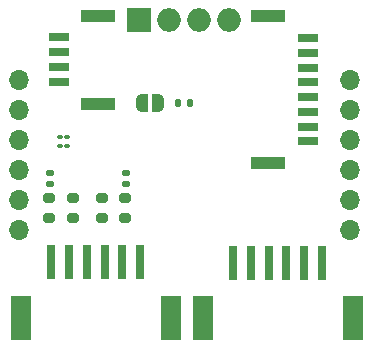
<source format=gbr>
%TF.GenerationSoftware,KiCad,Pcbnew,8.0.6-8.0.6-0~ubuntu22.04.1*%
%TF.CreationDate,2024-12-18T19:27:05+01:00*%
%TF.ProjectId,Xplore ERC IMU HAT,58706c6f-7265-4204-9552-4320494d5520,rev?*%
%TF.SameCoordinates,Original*%
%TF.FileFunction,Soldermask,Top*%
%TF.FilePolarity,Negative*%
%FSLAX46Y46*%
G04 Gerber Fmt 4.6, Leading zero omitted, Abs format (unit mm)*
G04 Created by KiCad (PCBNEW 8.0.6-8.0.6-0~ubuntu22.04.1) date 2024-12-18 19:27:05*
%MOMM*%
%LPD*%
G01*
G04 APERTURE LIST*
G04 Aperture macros list*
%AMRoundRect*
0 Rectangle with rounded corners*
0 $1 Rounding radius*
0 $2 $3 $4 $5 $6 $7 $8 $9 X,Y pos of 4 corners*
0 Add a 4 corners polygon primitive as box body*
4,1,4,$2,$3,$4,$5,$6,$7,$8,$9,$2,$3,0*
0 Add four circle primitives for the rounded corners*
1,1,$1+$1,$2,$3*
1,1,$1+$1,$4,$5*
1,1,$1+$1,$6,$7*
1,1,$1+$1,$8,$9*
0 Add four rect primitives between the rounded corners*
20,1,$1+$1,$2,$3,$4,$5,0*
20,1,$1+$1,$4,$5,$6,$7,0*
20,1,$1+$1,$6,$7,$8,$9,0*
20,1,$1+$1,$8,$9,$2,$3,0*%
%AMFreePoly0*
4,1,19,0.500000,-0.750000,0.000000,-0.750000,0.000000,-0.744911,-0.071157,-0.744911,-0.207708,-0.704816,-0.327430,-0.627875,-0.420627,-0.520320,-0.479746,-0.390866,-0.500000,-0.250000,-0.500000,0.250000,-0.479746,0.390866,-0.420627,0.520320,-0.327430,0.627875,-0.207708,0.704816,-0.071157,0.744911,0.000000,0.744911,0.000000,0.750000,0.500000,0.750000,0.500000,-0.750000,0.500000,-0.750000,
$1*%
%AMFreePoly1*
4,1,19,0.000000,0.744911,0.071157,0.744911,0.207708,0.704816,0.327430,0.627875,0.420627,0.520320,0.479746,0.390866,0.500000,0.250000,0.500000,-0.250000,0.479746,-0.390866,0.420627,-0.520320,0.327430,-0.627875,0.207708,-0.704816,0.071157,-0.744911,0.000000,-0.744911,0.000000,-0.750000,-0.500000,-0.750000,-0.500000,0.750000,0.000000,0.750000,0.000000,0.744911,0.000000,0.744911,
$1*%
G04 Aperture macros list end*
%ADD10FreePoly0,180.000000*%
%ADD11FreePoly1,180.000000*%
%ADD12RoundRect,0.200000X0.275000X-0.200000X0.275000X0.200000X-0.275000X0.200000X-0.275000X-0.200000X0*%
%ADD13RoundRect,0.100000X-0.130000X-0.100000X0.130000X-0.100000X0.130000X0.100000X-0.130000X0.100000X0*%
%ADD14RoundRect,0.200000X-0.275000X0.200000X-0.275000X-0.200000X0.275000X-0.200000X0.275000X0.200000X0*%
%ADD15R,1.752600X0.660400*%
%ADD16R,2.895600X1.092200*%
%ADD17RoundRect,0.140000X0.170000X-0.140000X0.170000X0.140000X-0.170000X0.140000X-0.170000X-0.140000X0*%
%ADD18R,0.800000X2.899999*%
%ADD19R,1.800000X3.800000*%
%ADD20R,2.000000X2.000000*%
%ADD21O,2.000000X2.000000*%
%ADD22O,1.700000X1.700000*%
%ADD23RoundRect,0.135000X-0.135000X-0.185000X0.135000X-0.185000X0.135000X0.185000X-0.135000X0.185000X0*%
%ADD24R,1.701800X0.660400*%
G04 APERTURE END LIST*
D10*
%TO.C,JP1*%
X143300000Y-72000000D03*
D11*
X142000000Y-72000000D03*
%TD*%
D12*
%TO.C,R1*%
X138550000Y-81675000D03*
X138550000Y-80025000D03*
%TD*%
D13*
%TO.C,R6*%
X135013860Y-75650000D03*
X135653860Y-75650000D03*
%TD*%
D14*
%TO.C,R7*%
X134100000Y-80025000D03*
X134100000Y-81675000D03*
%TD*%
D12*
%TO.C,R3*%
X140550000Y-81675000D03*
X140550000Y-80025000D03*
%TD*%
D15*
%TO.C,J1*%
X156026500Y-75225000D03*
X156026500Y-73975000D03*
X156026500Y-72725000D03*
X156026500Y-71475000D03*
X156026500Y-70225000D03*
X156026500Y-68975000D03*
X156026500Y-67725000D03*
X156026500Y-66475000D03*
D16*
X152676499Y-64624998D03*
X152676499Y-77075002D03*
%TD*%
D13*
%TO.C,R5*%
X135003150Y-74850000D03*
X135643150Y-74850000D03*
%TD*%
D17*
%TO.C,C4*%
X134200000Y-78830000D03*
X134200000Y-77870000D03*
%TD*%
D18*
%TO.C,J2*%
X157204000Y-85500001D03*
X155704001Y-85500001D03*
X154204001Y-85500001D03*
X152703999Y-85500001D03*
X151204000Y-85500001D03*
X149704000Y-85500001D03*
D19*
X147104005Y-90200002D03*
X159803995Y-90200002D03*
%TD*%
D18*
%TO.C,J5*%
X134304000Y-85450001D03*
X135804000Y-85450001D03*
X137303999Y-85450001D03*
X138804001Y-85450001D03*
X140304001Y-85450001D03*
X141804000Y-85450001D03*
D19*
X131704005Y-90150002D03*
X144403995Y-90150002D03*
%TD*%
D14*
%TO.C,R4*%
X136100000Y-80025000D03*
X136100000Y-81675000D03*
%TD*%
D20*
%TO.C,J4*%
X141740000Y-64960000D03*
D21*
X144280000Y-64960000D03*
D22*
X131550000Y-70040000D03*
X131550000Y-72580000D03*
X131550000Y-75120000D03*
X131550000Y-77660000D03*
X131550000Y-80200000D03*
X131550000Y-82740000D03*
X159550000Y-82740000D03*
X159550000Y-80200000D03*
X159550000Y-77660000D03*
X159550000Y-75120000D03*
X159550000Y-72580000D03*
X159550000Y-70040000D03*
D21*
X146820000Y-64960000D03*
X149360000Y-64960000D03*
%TD*%
D23*
%TO.C,R2*%
X145000000Y-72000000D03*
X146020000Y-72000000D03*
%TD*%
D24*
%TO.C,J3*%
X134923500Y-66425000D03*
X134923500Y-67675000D03*
X134923500Y-68925000D03*
X134923500Y-70175000D03*
D16*
X138273501Y-72024999D03*
X138273501Y-64575001D03*
%TD*%
D17*
%TO.C,C3*%
X140650000Y-78830000D03*
X140650000Y-77870000D03*
%TD*%
M02*

</source>
